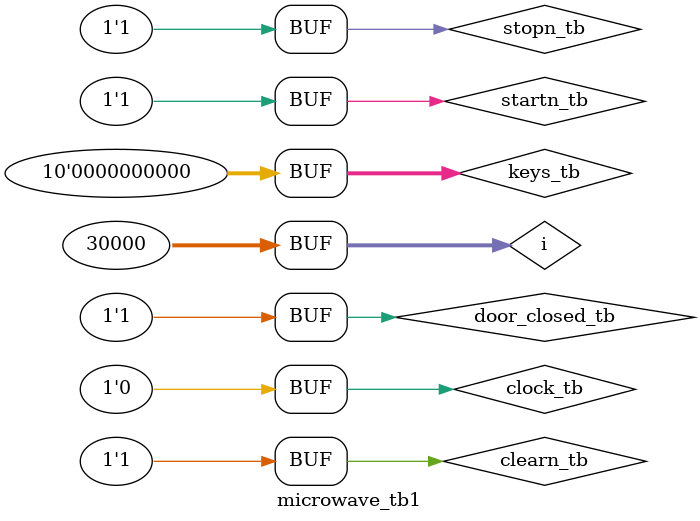
<source format=v>
`timescale 1ms / 1ms
`include "microwave.v"

module microwave_tb1();
    // Inputs
    reg startn_tb, stopn_tb, clearn_tb, door_closed_tb, clock_tb;
    reg [9:0] keys_tb;

    // Outputs
    wire mag_on_tb;
    wire [6:0] ssec_ones_tb;
    wire [6:0] ssec_tens_tb;
    wire [6:0] smin_tb;
    
    // Instantiate the Unit Under Test (UUT)
    microwave DUT (.startn(startn_tb), .stopn(stopn_tb), .clearn(clearn_tb),
                    .door_closed(door_closed_tb), .clock(clock_tb), .keys(keys_tb),
                    .mag_on(mag_on_tb), .ssec_ones(ssec_ones_tb), .ssec_tens(ssec_tens_tb), .smin(smin_tb));
    
    integer i;
    
    // clock generator
    initial 
        begin
            $dumpfile("microwave_tb1.vcd");
			$dumpvars(0,microwave_tb1);

               
            // Initialize Inputs
            clock_tb = 0; 
                    
            // create input clock 100Hz
            for (i = 0; i < 30000; i = i + 1) 
                #5 clock_tb = ~clock_tb;
                

        end
    
    // test cases

    initial
        begin
            startn_tb = 0; stopn_tb = 1; clearn_tb = 1; door_closed_tb = 1;
            #1 stopn_tb = 0; 
            #1;
            // condição inicial nenhuma chave presisonada e porta fechada
            startn_tb = 1; stopn_tb = 1; clearn_tb = 1; door_closed_tb = 1;
            //insere o dígito 
            keys_tb = 10'b0000000100; // carrega 2

            #50 keys_tb = 10'b0000000000; // solta a chave
            
            #150 keys_tb = 10'b0000000001; // carrega 0

            #50 keys_tb = 10'b0000000000; // solta a chave
            
            #150 keys_tb = 10'b0000000001; // carrega 0

            #50 keys_tb = 10'b0000000000; // solta a chave

            // liga-se o magnetron

            #200 startn_tb = 0; // pressiona
            #50 startn_tb = 1; // solta



        end
        
endmodule

</source>
